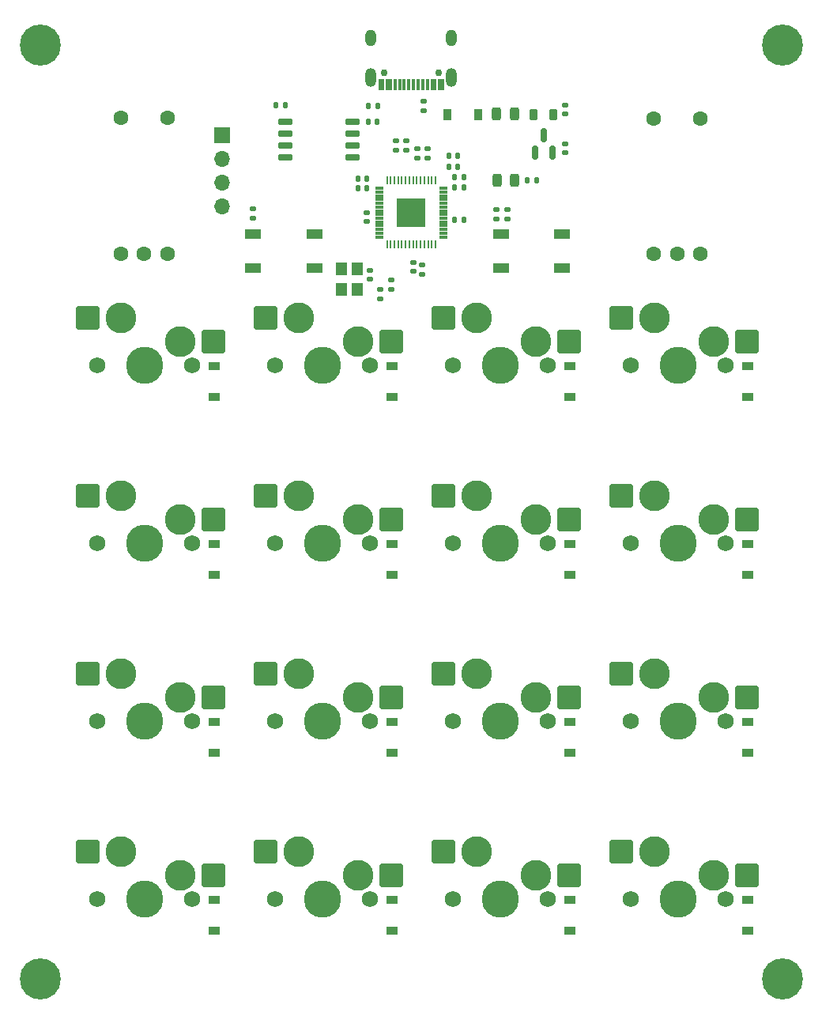
<source format=gbr>
%TF.GenerationSoftware,KiCad,Pcbnew,6.0.9-8da3e8f707~116~ubuntu20.04.1*%
%TF.CreationDate,2023-04-01T10:59:08+02:00*%
%TF.ProjectId,minikey,6d696e69-6b65-4792-9e6b-696361645f70,rev?*%
%TF.SameCoordinates,Original*%
%TF.FileFunction,Soldermask,Top*%
%TF.FilePolarity,Negative*%
%FSLAX46Y46*%
G04 Gerber Fmt 4.6, Leading zero omitted, Abs format (unit mm)*
G04 Created by KiCad (PCBNEW 6.0.9-8da3e8f707~116~ubuntu20.04.1) date 2023-04-01 10:59:08*
%MOMM*%
%LPD*%
G01*
G04 APERTURE LIST*
G04 Aperture macros list*
%AMRoundRect*
0 Rectangle with rounded corners*
0 $1 Rounding radius*
0 $2 $3 $4 $5 $6 $7 $8 $9 X,Y pos of 4 corners*
0 Add a 4 corners polygon primitive as box body*
4,1,4,$2,$3,$4,$5,$6,$7,$8,$9,$2,$3,0*
0 Add four circle primitives for the rounded corners*
1,1,$1+$1,$2,$3*
1,1,$1+$1,$4,$5*
1,1,$1+$1,$6,$7*
1,1,$1+$1,$8,$9*
0 Add four rect primitives between the rounded corners*
20,1,$1+$1,$2,$3,$4,$5,0*
20,1,$1+$1,$4,$5,$6,$7,0*
20,1,$1+$1,$6,$7,$8,$9,0*
20,1,$1+$1,$8,$9,$2,$3,0*%
G04 Aperture macros list end*
%ADD10RoundRect,0.218750X-0.218750X-0.381250X0.218750X-0.381250X0.218750X0.381250X-0.218750X0.381250X0*%
%ADD11R,1.200000X1.400000*%
%ADD12R,1.200000X0.900000*%
%ADD13C,0.700000*%
%ADD14C,4.400000*%
%ADD15RoundRect,0.135000X0.185000X-0.135000X0.185000X0.135000X-0.185000X0.135000X-0.185000X-0.135000X0*%
%ADD16RoundRect,0.135000X-0.135000X-0.185000X0.135000X-0.185000X0.135000X0.185000X-0.135000X0.185000X0*%
%ADD17RoundRect,0.140000X-0.140000X-0.170000X0.140000X-0.170000X0.140000X0.170000X-0.140000X0.170000X0*%
%ADD18C,0.750013*%
%ADD19O,1.200000X2.000000*%
%ADD20O,1.200000X1.800000*%
%ADD21R,0.300000X1.300000*%
%ADD22RoundRect,0.140000X0.170000X-0.140000X0.170000X0.140000X-0.170000X0.140000X-0.170000X-0.140000X0*%
%ADD23RoundRect,0.140000X-0.170000X0.140000X-0.170000X-0.140000X0.170000X-0.140000X0.170000X0.140000X0*%
%ADD24C,1.750000*%
%ADD25C,3.987800*%
%ADD26C,3.300000*%
%ADD27RoundRect,0.250000X-1.025000X-1.000000X1.025000X-1.000000X1.025000X1.000000X-1.025000X1.000000X0*%
%ADD28RoundRect,0.135000X-0.185000X0.135000X-0.185000X-0.135000X0.185000X-0.135000X0.185000X0.135000X0*%
%ADD29RoundRect,0.243750X-0.243750X-0.456250X0.243750X-0.456250X0.243750X0.456250X-0.243750X0.456250X0*%
%ADD30RoundRect,0.140000X0.140000X0.170000X-0.140000X0.170000X-0.140000X-0.170000X0.140000X-0.170000X0*%
%ADD31RoundRect,0.150000X-0.650000X-0.150000X0.650000X-0.150000X0.650000X0.150000X-0.650000X0.150000X0*%
%ADD32R,1.700000X1.000000*%
%ADD33R,0.900000X1.200000*%
%ADD34RoundRect,0.150000X0.150000X-0.587500X0.150000X0.587500X-0.150000X0.587500X-0.150000X-0.587500X0*%
%ADD35RoundRect,0.006000X-0.414000X-0.094000X0.414000X-0.094000X0.414000X0.094000X-0.414000X0.094000X0*%
%ADD36RoundRect,0.020000X-0.080000X-0.400000X0.080000X-0.400000X0.080000X0.400000X-0.080000X0.400000X0*%
%ADD37R,3.100000X3.100000*%
%ADD38R,1.700000X1.700000*%
%ADD39O,1.700000X1.700000*%
%ADD40C,1.600200*%
G04 APERTURE END LIST*
D10*
%TO.C,FB1*%
X171237500Y-72150000D03*
X173362500Y-72150000D03*
%TD*%
D11*
%TO.C,Y1*%
X152310000Y-90910000D03*
X152310000Y-88710000D03*
X150610000Y-88710000D03*
X150610000Y-90910000D03*
%TD*%
D12*
%TO.C,D1*%
X136969500Y-102424500D03*
X136969500Y-99124500D03*
%TD*%
D13*
%TO.C,H4*%
X197850000Y-166370000D03*
X196200000Y-164720000D03*
X197850000Y-163070000D03*
X199016726Y-165886726D03*
X196683274Y-165886726D03*
X199016726Y-163553274D03*
D14*
X197850000Y-164720000D03*
D13*
X196683274Y-163553274D03*
X199500000Y-164720000D03*
%TD*%
D12*
%TO.C,D15*%
X194119500Y-140524500D03*
X194119500Y-137224500D03*
%TD*%
%TO.C,D6*%
X156019500Y-121474500D03*
X156019500Y-118174500D03*
%TD*%
D15*
%TO.C,R9*%
X159480000Y-71770000D03*
X159480000Y-70750000D03*
%TD*%
D16*
%TO.C,R7*%
X170562500Y-79200000D03*
X171582500Y-79200000D03*
%TD*%
D17*
%TO.C,C8*%
X162778500Y-78867000D03*
X163738500Y-78867000D03*
%TD*%
D12*
%TO.C,D16*%
X194119500Y-159574500D03*
X194119500Y-156274500D03*
%TD*%
D16*
%TO.C,R5*%
X143570000Y-71210000D03*
X144590000Y-71210000D03*
%TD*%
D18*
%TO.C,U6*%
X155216092Y-67666634D03*
X161015940Y-67666634D03*
D19*
X153790895Y-68166761D03*
D20*
X162441137Y-63966862D03*
X153790895Y-63966862D03*
D19*
X162441137Y-68166761D03*
D21*
X161466029Y-68935087D03*
X160665927Y-68935087D03*
X159365953Y-68935087D03*
X158365953Y-68935087D03*
X157866080Y-68935087D03*
X156866334Y-68935087D03*
X155565851Y-68935087D03*
X154766003Y-68935087D03*
X155065978Y-68935087D03*
X155866080Y-68935087D03*
X156365953Y-68935087D03*
X157365953Y-68935087D03*
X158866080Y-68935087D03*
X159866080Y-68935087D03*
X160365953Y-68935087D03*
X161166054Y-68935087D03*
%TD*%
D15*
%TO.C,R3*%
X158777500Y-76860000D03*
X158777500Y-75840000D03*
%TD*%
D22*
%TO.C,C17*%
X168420000Y-83320000D03*
X168420000Y-82360000D03*
%TD*%
D23*
%TO.C,C14*%
X153710000Y-88850000D03*
X153710000Y-89810000D03*
%TD*%
D24*
%TO.C,SW1*%
X134620000Y-99060000D03*
X124460000Y-99060000D03*
D25*
X129540000Y-99060000D03*
D26*
X133350000Y-96520000D03*
D27*
X136900000Y-96520000D03*
X123450000Y-93980000D03*
D26*
X127000000Y-93980000D03*
%TD*%
D28*
%TO.C,R4*%
X167230000Y-82320000D03*
X167230000Y-83340000D03*
%TD*%
D17*
%TO.C,C6*%
X162160000Y-77740000D03*
X163120000Y-77740000D03*
%TD*%
D12*
%TO.C,D11*%
X175069500Y-140524500D03*
X175069500Y-137224500D03*
%TD*%
D23*
%TO.C,C11*%
X158360000Y-88020000D03*
X158360000Y-88980000D03*
%TD*%
D12*
%TO.C,D4*%
X136969500Y-159574500D03*
X136969500Y-156274500D03*
%TD*%
%TO.C,D14*%
X194119500Y-121474500D03*
X194119500Y-118174500D03*
%TD*%
D17*
%TO.C,C9*%
X162778500Y-80010000D03*
X163738500Y-80010000D03*
%TD*%
D24*
%TO.C,SW10*%
X172720000Y-99060000D03*
X162560000Y-99060000D03*
D25*
X167640000Y-99060000D03*
D26*
X171450000Y-96520000D03*
D27*
X175000000Y-96520000D03*
D26*
X165100000Y-93980000D03*
D27*
X161550000Y-93980000D03*
%TD*%
D24*
%TO.C,SW17*%
X191770000Y-137160000D03*
D25*
X186690000Y-137160000D03*
D24*
X181610000Y-137160000D03*
D26*
X190500000Y-134620000D03*
D27*
X194050000Y-134620000D03*
X180600000Y-132080000D03*
D26*
X184150000Y-132080000D03*
%TD*%
D29*
%TO.C,D17*%
X167345000Y-79190000D03*
X169220000Y-79190000D03*
%TD*%
D22*
%TO.C,C3*%
X156487000Y-75960000D03*
X156487000Y-75000000D03*
%TD*%
D12*
%TO.C,D7*%
X156019500Y-140524500D03*
X156019500Y-137224500D03*
%TD*%
D22*
%TO.C,C12*%
X153352500Y-83637000D03*
X153352500Y-82677000D03*
%TD*%
D30*
%TO.C,C18*%
X153340000Y-79010000D03*
X152380000Y-79010000D03*
%TD*%
D12*
%TO.C,D12*%
X175069500Y-159574500D03*
X175069500Y-156274500D03*
%TD*%
D13*
%TO.C,H1*%
X118360000Y-63070000D03*
X117193274Y-65886726D03*
X120010000Y-64720000D03*
X119526726Y-65886726D03*
D14*
X118360000Y-64720000D03*
D13*
X118360000Y-66370000D03*
X116710000Y-64720000D03*
X117193274Y-63553274D03*
X119526726Y-63553274D03*
%TD*%
D24*
%TO.C,SW9*%
X143510000Y-156210000D03*
X153670000Y-156210000D03*
D25*
X148590000Y-156210000D03*
D27*
X155950000Y-153670000D03*
D26*
X152400000Y-153670000D03*
D27*
X142500000Y-151130000D03*
D26*
X146050000Y-151130000D03*
%TD*%
D31*
%TO.C,U3*%
X144590000Y-72945000D03*
X144590000Y-74215000D03*
X144590000Y-75485000D03*
X144590000Y-76755000D03*
X151790000Y-76755000D03*
X151790000Y-75485000D03*
X151790000Y-74215000D03*
X151790000Y-72945000D03*
%TD*%
D32*
%TO.C,U4*%
X147790000Y-88650000D03*
X141190050Y-88651270D03*
X147790000Y-84950482D03*
X141190050Y-84950482D03*
%TD*%
D33*
%TO.C,D18*%
X165300000Y-72190000D03*
X162000000Y-72190000D03*
%TD*%
D24*
%TO.C,SW6*%
X143510000Y-99060000D03*
X153670000Y-99060000D03*
D25*
X148590000Y-99060000D03*
D27*
X155950000Y-96520000D03*
D26*
X152400000Y-96520000D03*
D27*
X142500000Y-93980000D03*
D26*
X146050000Y-93980000D03*
%TD*%
D34*
%TO.C,U2*%
X171340000Y-76275000D03*
X173240000Y-76275000D03*
X172290000Y-74400000D03*
%TD*%
D17*
%TO.C,C5*%
X162160000Y-76597000D03*
X163120000Y-76597000D03*
%TD*%
D24*
%TO.C,SW11*%
X172720000Y-118110000D03*
D25*
X167640000Y-118110000D03*
D24*
X162560000Y-118110000D03*
D27*
X175000000Y-115570000D03*
D26*
X171450000Y-115570000D03*
X165100000Y-113030000D03*
D27*
X161550000Y-113030000D03*
%TD*%
D24*
%TO.C,SW13*%
X172720000Y-156210000D03*
X162560000Y-156210000D03*
D25*
X167640000Y-156210000D03*
D26*
X171450000Y-153670000D03*
D27*
X175000000Y-153670000D03*
D26*
X165100000Y-151130000D03*
D27*
X161550000Y-151130000D03*
%TD*%
D15*
%TO.C,R6*%
X155940000Y-90920000D03*
X155940000Y-89900000D03*
%TD*%
D12*
%TO.C,D8*%
X156019500Y-159574500D03*
X156019500Y-156274500D03*
%TD*%
D22*
%TO.C,C7*%
X157570000Y-75960000D03*
X157570000Y-75000000D03*
%TD*%
D25*
%TO.C,SW3*%
X129540000Y-137160000D03*
D24*
X124460000Y-137160000D03*
X134620000Y-137160000D03*
D26*
X133350000Y-134620000D03*
D27*
X136900000Y-134620000D03*
X123450000Y-132080000D03*
D26*
X127000000Y-132080000D03*
%TD*%
D35*
%TO.C,U1*%
X154680000Y-80077000D03*
X154680000Y-80477000D03*
X154680000Y-80877000D03*
X154680000Y-81277000D03*
X154680000Y-81677000D03*
X154680000Y-82077000D03*
X154680000Y-82477000D03*
X154680000Y-82877000D03*
X154680000Y-83277000D03*
X154680000Y-83677000D03*
X154680000Y-84077000D03*
X154680000Y-84477000D03*
X154680000Y-84877000D03*
X154680000Y-85277000D03*
D36*
X155515000Y-86112000D03*
X155915000Y-86112000D03*
X156315000Y-86112000D03*
X156715000Y-86112000D03*
X157115000Y-86112000D03*
X157515000Y-86112000D03*
X157915000Y-86112000D03*
X158315000Y-86112000D03*
X158715000Y-86112000D03*
X159115000Y-86112000D03*
X159515000Y-86112000D03*
X159915000Y-86112000D03*
X160315000Y-86112000D03*
X160715000Y-86112000D03*
D35*
X161550000Y-85277000D03*
X161550000Y-84877000D03*
X161550000Y-84477000D03*
X161550000Y-84077000D03*
X161550000Y-83677000D03*
X161550000Y-83277000D03*
X161550000Y-82877000D03*
X161550000Y-82477000D03*
X161550000Y-82077000D03*
X161550000Y-81677000D03*
X161550000Y-81277000D03*
X161550000Y-80877000D03*
X161550000Y-80477000D03*
X161550000Y-80077000D03*
D36*
X160715000Y-79242000D03*
X160315000Y-79242000D03*
X159915000Y-79242000D03*
X159515000Y-79242000D03*
X159115000Y-79242000D03*
X158715000Y-79242000D03*
X158315000Y-79242000D03*
X157915000Y-79242000D03*
X157515000Y-79242000D03*
X157115000Y-79242000D03*
X156715000Y-79242000D03*
X156315000Y-79242000D03*
X155915000Y-79242000D03*
X155515000Y-79242000D03*
D37*
X158115000Y-82677000D03*
%TD*%
D12*
%TO.C,D13*%
X194119500Y-102424500D03*
X194119500Y-99124500D03*
%TD*%
D25*
%TO.C,SW12*%
X167640000Y-137160000D03*
D24*
X172720000Y-137160000D03*
X162560000Y-137160000D03*
D27*
X175000000Y-134620000D03*
D26*
X171450000Y-134620000D03*
X165100000Y-132080000D03*
D27*
X161550000Y-132080000D03*
%TD*%
D24*
%TO.C,SW7*%
X143510000Y-118110000D03*
X153670000Y-118110000D03*
D25*
X148590000Y-118110000D03*
D26*
X152400000Y-115570000D03*
D27*
X155950000Y-115570000D03*
X142500000Y-113030000D03*
D26*
X146050000Y-113030000D03*
%TD*%
D32*
%TO.C,U5*%
X167700025Y-84950876D03*
X174299975Y-84949606D03*
X167700025Y-88650394D03*
X174299975Y-88650394D03*
%TD*%
D12*
%TO.C,D5*%
X156019500Y-102424500D03*
X156019500Y-99124500D03*
%TD*%
D24*
%TO.C,SW18*%
X191770000Y-156210000D03*
X181610000Y-156210000D03*
D25*
X186690000Y-156210000D03*
D26*
X190500000Y-153670000D03*
D27*
X194050000Y-153670000D03*
D26*
X184150000Y-151130000D03*
D27*
X180600000Y-151130000D03*
%TD*%
D24*
%TO.C,SW2*%
X134620000Y-118110000D03*
X124460000Y-118110000D03*
D25*
X129540000Y-118110000D03*
D26*
X133350000Y-115570000D03*
D27*
X136900000Y-115570000D03*
D26*
X127000000Y-113030000D03*
D27*
X123450000Y-113030000D03*
%TD*%
D12*
%TO.C,D10*%
X175069500Y-121474500D03*
X175069500Y-118174500D03*
%TD*%
D25*
%TO.C,SW15*%
X186690000Y-99060000D03*
D24*
X191770000Y-99060000D03*
X181610000Y-99060000D03*
D26*
X190500000Y-96520000D03*
D27*
X194050000Y-96520000D03*
X180600000Y-93980000D03*
D26*
X184150000Y-93980000D03*
%TD*%
D24*
%TO.C,SW4*%
X124460000Y-156210000D03*
D25*
X129540000Y-156210000D03*
D24*
X134620000Y-156210000D03*
D27*
X136900000Y-153670000D03*
D26*
X133350000Y-153670000D03*
X127000000Y-151130000D03*
D27*
X123450000Y-151130000D03*
%TD*%
D25*
%TO.C,SW8*%
X148590000Y-137160000D03*
D24*
X143510000Y-137160000D03*
X153670000Y-137160000D03*
D27*
X155950000Y-134620000D03*
D26*
X152400000Y-134620000D03*
D27*
X142500000Y-132080000D03*
D26*
X146050000Y-132080000D03*
%TD*%
D12*
%TO.C,D9*%
X175069500Y-102424500D03*
X175069500Y-99124500D03*
%TD*%
D15*
%TO.C,R2*%
X159860000Y-76870000D03*
X159860000Y-75850000D03*
%TD*%
D22*
%TO.C,C15*%
X154780000Y-91880000D03*
X154780000Y-90920000D03*
%TD*%
D16*
%TO.C,R8*%
X153500000Y-71270000D03*
X154520000Y-71270000D03*
%TD*%
D13*
%TO.C,H2*%
X117193274Y-163573274D03*
X117193274Y-165906726D03*
X119526726Y-165906726D03*
X116710000Y-164740000D03*
D14*
X118360000Y-164740000D03*
D13*
X120010000Y-164740000D03*
X118360000Y-166390000D03*
X119526726Y-163573274D03*
X118360000Y-163090000D03*
%TD*%
D17*
%TO.C,C16*%
X153490000Y-72970000D03*
X154450000Y-72970000D03*
%TD*%
D22*
%TO.C,C2*%
X174600000Y-76280000D03*
X174600000Y-75320000D03*
%TD*%
%TO.C,C1*%
X174630000Y-72140000D03*
X174630000Y-71180000D03*
%TD*%
D17*
%TO.C,C10*%
X162778500Y-83439000D03*
X163738500Y-83439000D03*
%TD*%
D30*
%TO.C,C13*%
X153350000Y-80090000D03*
X152390000Y-80090000D03*
%TD*%
D13*
%TO.C,H3*%
X199016726Y-65886726D03*
X199500000Y-64720000D03*
X196683274Y-65886726D03*
D14*
X197850000Y-64720000D03*
D13*
X197850000Y-66370000D03*
X196200000Y-64720000D03*
X197850000Y-63070000D03*
X199016726Y-63553274D03*
X196683274Y-63553274D03*
%TD*%
D29*
%TO.C,F1*%
X167272500Y-72130000D03*
X169147500Y-72130000D03*
%TD*%
D24*
%TO.C,SW16*%
X191770000Y-118110000D03*
X181610000Y-118110000D03*
D25*
X186690000Y-118110000D03*
D26*
X190500000Y-115570000D03*
D27*
X194050000Y-115570000D03*
D26*
X184150000Y-113030000D03*
D27*
X180600000Y-113030000D03*
%TD*%
D15*
%TO.C,R1*%
X141190000Y-83250000D03*
X141190000Y-82230000D03*
%TD*%
D38*
%TO.C,J1*%
X137820000Y-74380000D03*
D39*
X137820000Y-76920000D03*
X137820000Y-79460000D03*
X137820000Y-82000000D03*
%TD*%
D12*
%TO.C,D2*%
X136969500Y-121474500D03*
X136969500Y-118174500D03*
%TD*%
D23*
%TO.C,C4*%
X159312500Y-88302000D03*
X159312500Y-89262000D03*
%TD*%
D12*
%TO.C,D3*%
X136969500Y-140524500D03*
X136969500Y-137224500D03*
%TD*%
D40*
%TO.C,U7*%
X132008450Y-72558908D03*
X127008450Y-72558908D03*
X132008450Y-87058908D03*
X129508450Y-87058908D03*
X127008450Y-87058908D03*
%TD*%
%TO.C,U8*%
X189088450Y-72568908D03*
X184088450Y-72568908D03*
X189088450Y-87068908D03*
X186588450Y-87068908D03*
X184088450Y-87068908D03*
%TD*%
M02*

</source>
